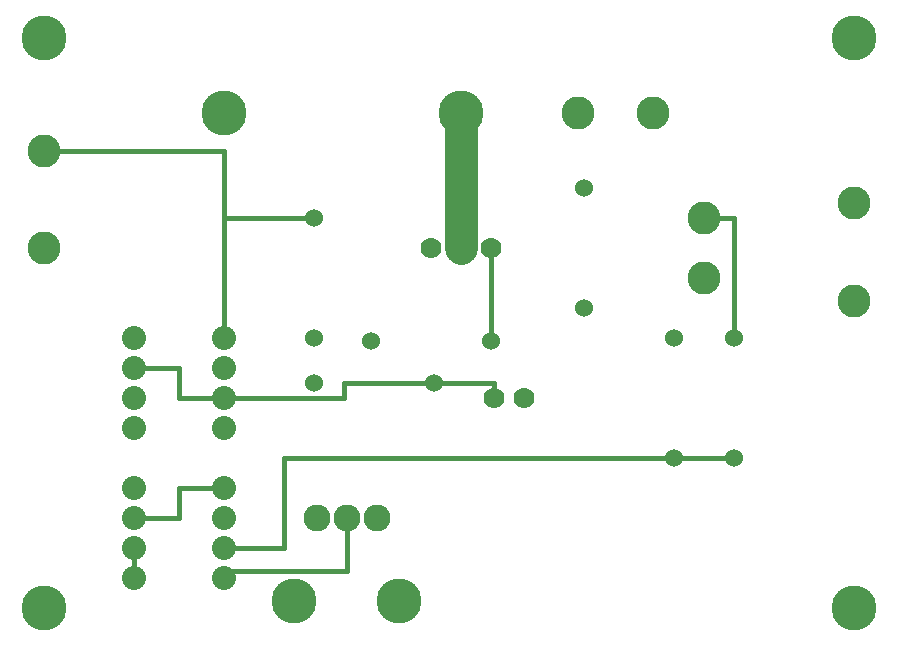
<source format=gbr>
%FSLAX23Y23*%
%MOIN*%
G04 EasyPC Gerber Version 17.0 Build 3379 *
%ADD17C,0.01500*%
%ADD14C,0.06000*%
%ADD22C,0.07000*%
%ADD13C,0.07000*%
%ADD12C,0.08000*%
%ADD23C,0.09000*%
%ADD15C,0.11000*%
%ADD11C,0.15000*%
X0Y0D02*
D02*
D11*
X203Y203D03*
Y2103D03*
X803Y1853D03*
X1038Y228D03*
X1388D03*
X1593Y1853D03*
X2903Y203D03*
Y2103D03*
D02*
D12*
X502Y303D03*
Y403D03*
Y502D03*
Y603D03*
Y803D03*
Y903D03*
Y1002D03*
Y1103D03*
X803Y303D03*
Y403D03*
Y502D03*
Y603D03*
Y803D03*
Y903D03*
Y1002D03*
Y1103D03*
D02*
D13*
X1493Y1403D03*
X1593D03*
X1692D03*
D02*
D14*
X1103Y953D03*
Y1103D03*
Y1503D03*
X1293Y1093D03*
X1503Y953D03*
X1692Y1093D03*
X2003Y1202D03*
Y1603D03*
X2303Y703D03*
Y1103D03*
X2503Y703D03*
Y1103D03*
D02*
D15*
X203Y1403D03*
Y1728D03*
X1593Y1853D02*
Y1403D01*
X1983Y1853D03*
X2233D03*
X2403Y1303D03*
Y1503D03*
X2903Y1228D03*
Y1553D03*
D02*
D17*
X203Y1728D02*
X803D01*
Y1503*
X502Y403D02*
Y303D01*
Y502D02*
X653D01*
Y603*
X803*
X502Y1002D02*
X653D01*
Y903*
X803*
Y303D02*
Y328D01*
X1213*
Y502*
X803Y1103D02*
Y1503D01*
X1103*
X1503Y953D02*
X1202D01*
Y903*
X803*
X1692Y1093D02*
Y1403D01*
X1703Y903D02*
Y953D01*
X1503*
X2303Y703D02*
X1002D01*
Y403*
X803*
X2503Y703D02*
X2303D01*
X2503Y1103D02*
Y1503D01*
X2403*
D02*
D22*
X1703Y903D03*
X1803D03*
D02*
D23*
X1113Y502D03*
X1213D03*
X1313D03*
X0Y0D02*
M02*

</source>
